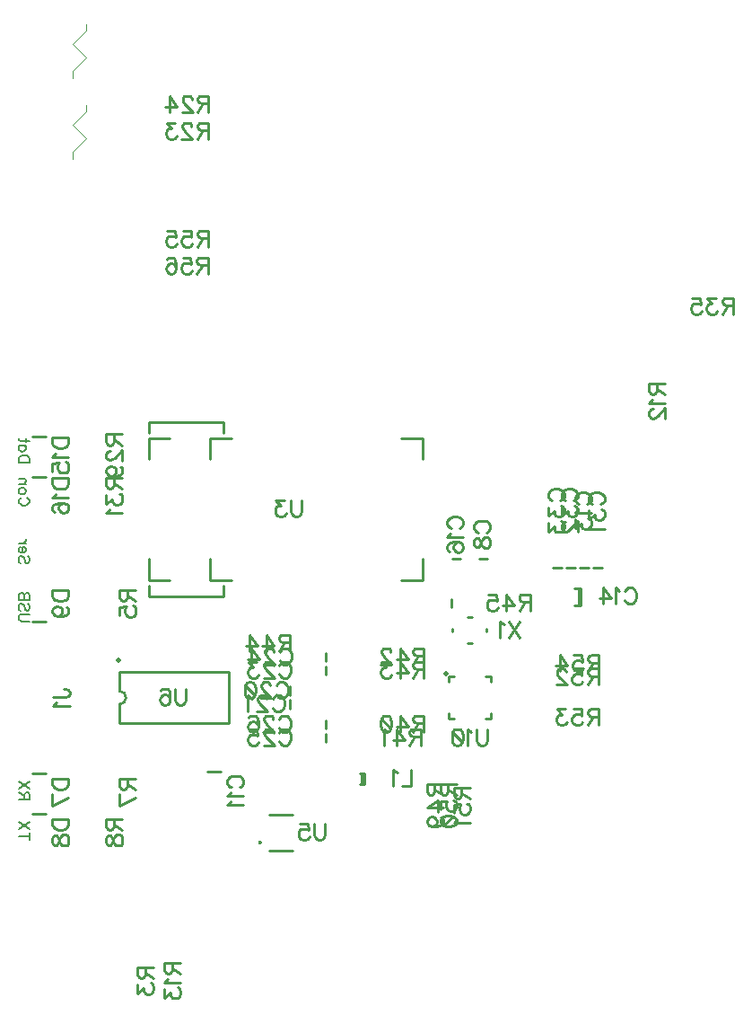
<source format=gbr>
G04 DipTrace 2.1.0.5*
%INBottom Silk.gbr*%
%MOIN*%
%ADD10C,0.0098*%
%ADD11C,0.0055*%
%ADD12C,0.003*%
%ADD13C,0.05*%
%ADD14C,0.025*%
%ADD15C,0.01*%
%ADD16C,0.0125*%
%ADD17C,0.02*%
%ADD18C,0.1*%
%ADD19C,0.0013*%
%ADD20C,0.15*%
%ADD21C,0.0039*%
%ADD22R,0.0591X0.0591*%
%ADD23C,0.0591*%
%ADD24R,0.0433X0.0394*%
%ADD25R,0.0512X0.0591*%
%ADD26R,0.0591X0.0512*%
%ADD27R,0.0394X0.0433*%
%ADD28R,0.063X0.0709*%
%ADD29R,0.0886X0.0197*%
%ADD30R,0.1378X0.0807*%
%ADD31R,0.1535X0.0807*%
%ADD32C,0.0551*%
%ADD33C,0.0984*%
%ADD34R,0.0665X0.0665*%
%ADD35C,0.0665*%
%ADD36C,0.1874*%
%ADD37R,0.0748X0.0394*%
%ADD38R,0.0866X0.0551*%
%ADD39R,0.0354X0.0551*%
%ADD40C,0.0591*%
%ADD41C,0.0512*%
%ADD42R,0.1181X0.0433*%
%ADD43R,0.0787X0.1181*%
%ADD44R,0.0394X0.1181*%
%ADD45C,0.0709*%
%ADD46R,0.063X0.063*%
%ADD47C,0.063*%
%ADD48C,0.0142*%
%ADD49R,0.0315X0.0217*%
%ADD50C,0.06*%
%ADD51C,0.0669*%
%ADD52R,0.0512X0.0512*%
%ADD53C,0.0709*%
%ADD54R,0.0315X0.0512*%
%ADD55R,0.0512X0.0315*%
%ADD56R,0.0512X0.0236*%
%ADD57R,0.0138X0.0571*%
%ADD58C,0.0197*%
%ADD59R,0.0748X0.0098*%
%ADD60R,0.0098X0.0748*%
%ADD61R,0.0315X0.0354*%
%ADD62R,0.0669X0.0598*%
%ADD63C,0.0827*%
%ADD64C,0.1181*%
%ADD65C,0.126*%
%ADD66C,0.1772*%
%ADD67R,0.0394X0.0669*%
%ADD68R,0.0098X0.0472*%
%ADD69R,0.0472X0.0098*%
%ADD70R,0.0787X0.0787*%
%ADD71R,0.1811X0.0197*%
%ADD72R,0.1811X0.0315*%
%ADD73R,0.1535X0.1378*%
%ADD74C,0.1476*%
%ADD75R,0.0669X0.0394*%
%ADD76R,0.0394X0.0472*%
%ADD77C,0.22*%
%ADD78C,0.04*%
%ADD79C,0.0191*%
%ADD80C,0.0394*%
%ADD81C,0.0354*%
%ADD82C,0.0429*%
%ADD83C,0.1283*%
%ADD84C,0.038*%
%ADD85C,0.0315*%
%ADD86C,0.0276*%
%ADD87C,0.063*%
%ADD88C,0.0906*%
%ADD89C,0.1181*%
%ADD90C,0.128*%
%ADD91C,0.13*%
%ADD92C,0.0079*%
%ADD93C,0.0479*%
%ADD94C,0.0321*%
%ADD95C,0.2279*%
%ADD96C,0.2121*%
%ADD97R,0.0472X0.0551*%
%ADD98R,0.0315X0.0394*%
%ADD99R,0.0748X0.0472*%
%ADD100R,0.0591X0.0315*%
%ADD101C,0.1555*%
%ADD102C,0.1398*%
%ADD103R,0.1614X0.1457*%
%ADD104R,0.1457X0.1299*%
%ADD105R,0.189X0.0394*%
%ADD106R,0.1732X0.0236*%
%ADD107R,0.189X0.0276*%
%ADD108R,0.1732X0.0118*%
%ADD109R,0.0866X0.0866*%
%ADD110R,0.0709X0.0709*%
%ADD111R,0.0551X0.0177*%
%ADD112R,0.0394X0.002*%
%ADD113R,0.0177X0.0551*%
%ADD114R,0.002X0.0394*%
%ADD115R,0.0472X0.0748*%
%ADD116R,0.0315X0.0591*%
%ADD117C,0.185*%
%ADD118C,0.1693*%
%ADD119C,0.1339*%
%ADD120C,0.1102*%
%ADD121C,0.0906*%
%ADD122C,0.0748*%
%ADD123R,0.0748X0.0677*%
%ADD124R,0.0591X0.052*%
%ADD125R,0.0236X0.0276*%
%ADD126R,0.0177X0.0827*%
%ADD127R,0.002X0.0669*%
%ADD128R,0.0827X0.0177*%
%ADD129R,0.0669X0.002*%
%ADD130R,0.0217X0.065*%
%ADD131R,0.0059X0.0492*%
%ADD132R,0.0433X0.0157*%
%ADD133R,0.0591X0.0394*%
%ADD134R,0.0433X0.0236*%
%ADD135R,0.0394X0.0591*%
%ADD136R,0.0236X0.0433*%
%ADD137C,0.0787*%
%ADD138R,0.0433X0.0433*%
%ADD139C,0.0748*%
%ADD140C,0.0679*%
%ADD141C,0.0521*%
%ADD142R,0.0394X0.0295*%
%ADD143R,0.0236X0.0138*%
%ADD144R,0.0551X0.0551*%
%ADD145C,0.0787*%
%ADD146R,0.0472X0.126*%
%ADD147R,0.0315X0.1102*%
%ADD148R,0.0866X0.126*%
%ADD149R,0.0709X0.1102*%
%ADD150R,0.126X0.0512*%
%ADD151R,0.1102X0.0354*%
%ADD152C,0.0433*%
%ADD153C,0.0669*%
%ADD154C,0.0512*%
%ADD155R,0.0433X0.063*%
%ADD156R,0.0276X0.0472*%
%ADD157R,0.0945X0.063*%
%ADD158R,0.0787X0.0472*%
%ADD159R,0.0827X0.0472*%
%ADD160R,0.0669X0.0315*%
%ADD161C,0.1953*%
%ADD162C,0.1795*%
%ADD163C,0.0744*%
%ADD164C,0.0587*%
%ADD165R,0.0744X0.0744*%
%ADD166R,0.0587X0.0587*%
%ADD167C,0.1063*%
%ADD168C,0.0472*%
%ADD169R,0.1614X0.0886*%
%ADD170R,0.1457X0.0728*%
%ADD171R,0.1457X0.0886*%
%ADD172R,0.1299X0.0728*%
%ADD173R,0.0965X0.0276*%
%ADD174R,0.0807X0.0118*%
%ADD175R,0.0709X0.0787*%
%ADD176R,0.0551X0.063*%
%ADD177R,0.0472X0.0512*%
%ADD178R,0.0669X0.0591*%
%ADD179R,0.0512X0.0433*%
%ADD180R,0.0591X0.0669*%
%ADD181R,0.0433X0.0512*%
%ADD182R,0.0512X0.0472*%
%ADD183R,0.0354X0.0315*%
%ADD184R,0.0669X0.0669*%
%ADD185C,0.0093*%
%ADD186C,0.0077*%
%ADD187C,0.0154*%
%ADD188C,0.0062*%
%ADD189C,0.0124*%
%FSLAX44Y44*%
%SFA1B1*%
%OFA0B0*%
G04*
G70*
G90*
G75*
G01*
%LNBotSilk*%
%LPD*%
X7756Y19248D2*
D10*
X7244D1*
X21093Y26831D2*
X21407D1*
X21043Y25435D2*
Y26065D1*
X21118Y25435D2*
Y26065D1*
Y25435D2*
X20882D1*
X21118Y26065D2*
X20882D1*
X744Y19188D2*
X1256D1*
X744Y17688D2*
X1256D1*
Y24812D2*
X744D1*
Y31688D2*
X1256D1*
X744Y30188D2*
X1256D1*
X9567Y16331D2*
X10433D1*
X9567Y17669D2*
X10433D1*
D48*
X9213Y16614D3*
X14452Y31638D2*
D10*
X15240D1*
Y30850D1*
Y27150D2*
Y26362D1*
X14452D1*
X5870Y31638D2*
X5083D1*
Y30850D1*
X5870Y26362D2*
X5083D1*
Y27150D1*
X8153Y31638D2*
X7366D1*
Y30850D1*
Y27150D2*
Y26362D1*
X8153D1*
X5083Y31834D2*
Y32228D1*
X7839D1*
Y31834D1*
X5083Y26166D2*
Y25772D1*
X7839D1*
Y26166D1*
X3957Y23329D2*
G02X3957Y23329I0J59D01*
G01*
X3985Y22251D2*
G02X3985Y21749I-1J-251D01*
G01*
Y22944D2*
Y22251D1*
Y21749D2*
Y21056D1*
X8059Y22944D2*
Y21056D1*
Y22944D2*
X3985D1*
X8059Y21056D2*
X3985D1*
X16410Y22787D2*
X16213D1*
Y22590D1*
Y21410D2*
Y21213D1*
X16410D1*
X17590D2*
X17787D1*
Y21410D1*
Y22590D2*
Y22787D1*
X17590D1*
D58*
X16114Y22886D3*
X17657Y27169D2*
D10*
X17343D1*
X16657D2*
X16343D1*
X17630Y24539D2*
Y24461D1*
X16370Y24539D2*
Y24461D1*
X17079Y24992D2*
X16921D1*
X17079Y24008D2*
X16921D1*
X13079Y19197D2*
X12921D1*
X13079Y18803D2*
X12921D1*
X13079D2*
Y19197D1*
X13004Y18803D2*
Y19197D1*
X10331Y22407D2*
Y22093D1*
Y21907D2*
Y21593D1*
X11669Y22843D2*
Y23157D1*
Y23343D2*
Y23657D1*
Y20343D2*
Y20657D1*
Y20843D2*
Y21157D1*
X16331Y25657D2*
Y25343D1*
X21593Y26831D2*
X21907D1*
X20593D2*
X20907D1*
X20093D2*
X20407D1*
X2750Y44000D2*
D19*
Y43750D1*
X2250Y43250D1*
X2750Y42750D1*
X2250Y42250D1*
Y42000D1*
X2750Y47000D2*
Y46750D1*
X2250Y46250D1*
X2750Y45750D1*
X2250Y45250D1*
Y45000D1*
X8142Y18673D2*
D185*
X8085Y18702D1*
D2*
X8027Y18759D1*
D2*
X7999Y18816D1*
D2*
Y18931D1*
D2*
X8027Y18989D1*
D2*
X8085Y19046D1*
D2*
X8142Y19075D1*
D2*
X8228Y19103D1*
D2*
X8372D1*
D2*
X8458Y19075D1*
D2*
X8515Y19046D1*
D2*
X8572Y18989D1*
D2*
X8602Y18931D1*
D2*
Y18816D1*
D2*
X8572Y18759D1*
D2*
X8515Y18702D1*
D2*
X8458Y18673D1*
X8114Y18488D2*
X8085Y18430D1*
D2*
X7999Y18344D1*
D2*
X8602D1*
X8114Y18159D2*
X8085Y18101D1*
D2*
X7999Y18015D1*
D2*
X8602D1*
X21056Y29184D2*
X20999Y29212D1*
D2*
X20941Y29270D1*
D2*
X20912Y29327D1*
D2*
Y29442D1*
D2*
X20941Y29500D1*
D2*
X20999Y29557D1*
D2*
X21056Y29586D1*
D2*
X21142Y29614D1*
D2*
X21286D1*
D2*
X21371Y29586D1*
D2*
X21429Y29557D1*
D2*
X21486Y29500D1*
D2*
X21515Y29442D1*
D2*
Y29327D1*
D2*
X21486Y29270D1*
D2*
X21429Y29212D1*
D2*
X21371Y29184D1*
X21028Y28999D2*
X20999Y28941D1*
D2*
X20913Y28855D1*
D2*
X21515D1*
X20913Y28612D2*
Y28297D1*
D2*
X21143Y28468D1*
D2*
Y28382D1*
D2*
X21171Y28325D1*
D2*
X21200Y28297D1*
D2*
X21286Y28268D1*
D2*
X21343D1*
D2*
X21429Y28297D1*
D2*
X21487Y28354D1*
D2*
X21515Y28440D1*
D2*
Y28526D1*
D2*
X21487Y28612D1*
D2*
X21458Y28640D1*
D2*
X21401Y28669D1*
X22757Y25944D2*
X22786Y26001D1*
D2*
X22843Y26059D1*
D2*
X22900Y26088D1*
D2*
X23015D1*
D2*
X23073Y26059D1*
D2*
X23130Y26001D1*
D2*
X23159Y25944D1*
D2*
X23188Y25858D1*
D2*
Y25714D1*
D2*
X23159Y25629D1*
D2*
X23130Y25571D1*
D2*
X23073Y25514D1*
D2*
X23015Y25485D1*
D2*
X22900D1*
D2*
X22843Y25514D1*
D2*
X22786Y25571D1*
D2*
X22757Y25629D1*
X22572Y25972D2*
X22514Y26001D1*
D2*
X22428Y26087D1*
D2*
Y25485D1*
X21956D2*
Y26087D1*
D2*
X22243Y25686D1*
D2*
X21812D1*
X1499Y18994D2*
X2102D1*
D2*
Y18793D1*
D2*
X2072Y18707D1*
D2*
X2015Y18650D1*
D2*
X1958Y18621D1*
D2*
X1872Y18593D1*
D2*
X1728D1*
D2*
X1642Y18621D1*
D2*
X1585Y18650D1*
D2*
X1527Y18707D1*
D2*
X1499Y18793D1*
D2*
Y18994D1*
X2102Y18293D2*
X1499Y18005D1*
D2*
Y18407D1*
Y17494D2*
X2102D1*
D2*
Y17293D1*
D2*
X2072Y17207D1*
D2*
X2015Y17149D1*
D2*
X1958Y17121D1*
D2*
X1872Y17092D1*
D2*
X1728D1*
D2*
X1642Y17121D1*
D2*
X1585Y17149D1*
D2*
X1527Y17207D1*
D2*
X1499Y17293D1*
D2*
Y17494D1*
Y16764D2*
X1528Y16849D1*
D2*
X1585Y16878D1*
D2*
X1643D1*
D2*
X1700Y16849D1*
D2*
X1729Y16792D1*
D2*
X1757Y16677D1*
D2*
X1786Y16591D1*
D2*
X1844Y16534D1*
D2*
X1901Y16506D1*
D2*
X1987D1*
D2*
X2044Y16534D1*
D2*
X2073Y16563D1*
D2*
X2102Y16649D1*
D2*
Y16764D1*
D2*
X2073Y16849D1*
D2*
X2044Y16878D1*
D2*
X1987Y16907D1*
D2*
X1901D1*
D2*
X1844Y16878D1*
D2*
X1786Y16821D1*
D2*
X1757Y16735D1*
D2*
X1729Y16620D1*
D2*
X1700Y16563D1*
D2*
X1643Y16534D1*
D2*
X1585D1*
D2*
X1528Y16563D1*
D2*
X1499Y16649D1*
D2*
Y16764D1*
Y25980D2*
X2102D1*
D2*
Y25779D1*
D2*
X2072Y25693D1*
D2*
X2015Y25636D1*
D2*
X1958Y25607D1*
D2*
X1872Y25578D1*
D2*
X1728D1*
D2*
X1642Y25607D1*
D2*
X1585Y25636D1*
D2*
X1527Y25693D1*
D2*
X1499Y25779D1*
D2*
Y25980D1*
X1700Y25020D2*
X1786Y25049D1*
D2*
X1844Y25106D1*
D2*
X1872Y25192D1*
D2*
Y25221D1*
D2*
X1844Y25307D1*
D2*
X1786Y25364D1*
D2*
X1700Y25393D1*
D2*
X1671D1*
D2*
X1585Y25364D1*
D2*
X1528Y25307D1*
D2*
X1499Y25221D1*
D2*
Y25192D1*
D2*
X1528Y25106D1*
D2*
X1585Y25049D1*
D2*
X1700Y25020D1*
D2*
X1844D1*
D2*
X1987Y25049D1*
D2*
X2073Y25106D1*
D2*
X2102Y25192D1*
D2*
Y25249D1*
D2*
X2073Y25336D1*
D2*
X2015Y25364D1*
X1499Y31659D2*
X2102D1*
D2*
Y31458D1*
D2*
X2072Y31372D1*
D2*
X2015Y31314D1*
D2*
X1958Y31286D1*
D2*
X1872Y31257D1*
D2*
X1728D1*
D2*
X1642Y31286D1*
D2*
X1585Y31314D1*
D2*
X1527Y31372D1*
D2*
X1499Y31458D1*
D2*
Y31659D1*
X1614Y31072D2*
X1585Y31014D1*
D2*
X1499Y30928D1*
D2*
X2102D1*
X1499Y30398D2*
Y30685D1*
D2*
X1757Y30713D1*
D2*
X1729Y30685D1*
D2*
X1700Y30599D1*
D2*
Y30513D1*
D2*
X1729Y30427D1*
D2*
X1786Y30369D1*
D2*
X1872Y30341D1*
D2*
X1929D1*
D2*
X2015Y30369D1*
D2*
X2073Y30427D1*
D2*
X2102Y30513D1*
D2*
Y30599D1*
D2*
X2073Y30685D1*
D2*
X2044Y30713D1*
D2*
X1987Y30743D1*
X1499Y30144D2*
X2102D1*
D2*
Y29943D1*
D2*
X2072Y29857D1*
D2*
X2015Y29800D1*
D2*
X1958Y29771D1*
D2*
X1872Y29743D1*
D2*
X1728D1*
D2*
X1642Y29771D1*
D2*
X1585Y29800D1*
D2*
X1527Y29857D1*
D2*
X1499Y29943D1*
D2*
Y30144D1*
X1614Y29557D2*
X1585Y29500D1*
D2*
X1499Y29413D1*
D2*
X2102D1*
X1585Y28884D2*
X1528Y28912D1*
D2*
X1499Y28999D1*
D2*
Y29056D1*
D2*
X1528Y29142D1*
D2*
X1614Y29200D1*
D2*
X1757Y29228D1*
D2*
X1901D1*
D2*
X2015Y29200D1*
D2*
X2073Y29142D1*
D2*
X2102Y29056D1*
D2*
Y29027D1*
D2*
X2073Y28942D1*
D2*
X2015Y28884D1*
D2*
X1929Y28855D1*
D2*
X1901D1*
D2*
X1814Y28884D1*
D2*
X1757Y28942D1*
D2*
X1729Y29027D1*
D2*
Y29056D1*
D2*
X1757Y29142D1*
D2*
X1814Y29200D1*
D2*
X1901Y29228D1*
X1536Y22021D2*
X1995D1*
D2*
X2082Y22050D1*
D2*
X2110Y22079D1*
D2*
X2139Y22136D1*
D2*
Y22193D1*
D2*
X2110Y22250D1*
D2*
X2082Y22279D1*
D2*
X1995Y22308D1*
D2*
X1938D1*
X1652Y21836D2*
X1623Y21778D1*
D2*
X1537Y21692D1*
D2*
X2139D1*
X11630Y17338D2*
Y16907D1*
D2*
X11602Y16821D1*
D2*
X11544Y16764D1*
D2*
X11458Y16735D1*
D2*
X11401D1*
D2*
X11315Y16764D1*
D2*
X11257Y16821D1*
D2*
X11228Y16907D1*
D2*
Y17338D1*
X10699Y17337D2*
X10985D1*
D2*
X11014Y17079D1*
D2*
X10985Y17107D1*
D2*
X10899Y17137D1*
D2*
X10814D1*
D2*
X10727Y17107D1*
D2*
X10670Y17050D1*
D2*
X10641Y16964D1*
D2*
Y16907D1*
D2*
X10670Y16821D1*
D2*
X10727Y16763D1*
D2*
X10814Y16735D1*
D2*
X10899D1*
D2*
X10985Y16763D1*
D2*
X11014Y16792D1*
D2*
X11043Y16849D1*
X4950Y11995D2*
Y11737D1*
D2*
X4920Y11650D1*
D2*
X4892Y11621D1*
D2*
X4835Y11593D1*
D2*
X4777D1*
D2*
X4720Y11621D1*
D2*
X4691Y11650D1*
D2*
X4662Y11737D1*
D2*
Y11995D1*
D2*
X5265D1*
X4950Y11794D2*
X5265Y11593D1*
X4663Y11350D2*
Y11035D1*
D2*
X4893Y11206D1*
D2*
Y11120D1*
D2*
X4921Y11063D1*
D2*
X4950Y11035D1*
D2*
X5036Y11005D1*
D2*
X5093D1*
D2*
X5179Y11035D1*
D2*
X5237Y11092D1*
D2*
X5265Y11178D1*
D2*
Y11264D1*
D2*
X5237Y11350D1*
D2*
X5208Y11378D1*
D2*
X5151Y11407D1*
X5950Y12159D2*
Y11901D1*
D2*
X5920Y11815D1*
D2*
X5892Y11786D1*
D2*
X5835Y11757D1*
D2*
X5777D1*
D2*
X5720Y11786D1*
D2*
X5691Y11815D1*
D2*
X5662Y11901D1*
D2*
Y12159D1*
D2*
X6265D1*
X5950Y11958D2*
X6265Y11757D1*
X5778Y11572D2*
X5749Y11514D1*
D2*
X5663Y11428D1*
D2*
X6265D1*
X5663Y11185D2*
Y10870D1*
D2*
X5893Y11042D1*
D2*
Y10956D1*
D2*
X5921Y10899D1*
D2*
X5950Y10870D1*
D2*
X6036Y10841D1*
D2*
X6093D1*
D2*
X6179Y10870D1*
D2*
X6237Y10927D1*
D2*
X6265Y11013D1*
D2*
Y11100D1*
D2*
X6237Y11185D1*
D2*
X6208Y11214D1*
D2*
X6151Y11243D1*
X4286Y25995D2*
Y25737D1*
D2*
X4257Y25650D1*
D2*
X4228Y25621D1*
D2*
X4171Y25593D1*
D2*
X4114D1*
D2*
X4056Y25621D1*
D2*
X4027Y25650D1*
D2*
X3999Y25737D1*
D2*
Y25995D1*
D2*
X4602D1*
X4286Y25794D2*
X4602Y25593D1*
X3999Y25063D2*
Y25350D1*
D2*
X4257Y25378D1*
D2*
X4229Y25350D1*
D2*
X4200Y25263D1*
D2*
Y25178D1*
D2*
X4229Y25092D1*
D2*
X4286Y25034D1*
D2*
X4372Y25005D1*
D2*
X4429D1*
D2*
X4515Y25034D1*
D2*
X4573Y25092D1*
D2*
X4602Y25178D1*
D2*
Y25263D1*
D2*
X4573Y25350D1*
D2*
X4544Y25378D1*
D2*
X4487Y25407D1*
X4286Y18995D2*
Y18737D1*
D2*
X4257Y18650D1*
D2*
X4228Y18621D1*
D2*
X4171Y18593D1*
D2*
X4114D1*
D2*
X4056Y18621D1*
D2*
X4027Y18650D1*
D2*
X3999Y18737D1*
D2*
Y18995D1*
D2*
X4602D1*
X4286Y18794D2*
X4602Y18593D1*
Y18293D2*
X3999Y18005D1*
D2*
Y18407D1*
X3786Y17494D2*
Y17236D1*
D2*
X3757Y17150D1*
D2*
X3728Y17121D1*
D2*
X3671Y17092D1*
D2*
X3614D1*
D2*
X3556Y17121D1*
D2*
X3527Y17150D1*
D2*
X3499Y17236D1*
D2*
Y17494D1*
D2*
X4102D1*
X3786Y17293D2*
X4102Y17092D1*
X3499Y16764D2*
X3528Y16849D1*
D2*
X3585Y16879D1*
D2*
X3643D1*
D2*
X3700Y16849D1*
D2*
X3729Y16792D1*
D2*
X3757Y16678D1*
D2*
X3786Y16591D1*
D2*
X3844Y16534D1*
D2*
X3901Y16506D1*
D2*
X3987D1*
D2*
X4044Y16534D1*
D2*
X4073Y16563D1*
D2*
X4102Y16649D1*
D2*
Y16764D1*
D2*
X4073Y16849D1*
D2*
X4044Y16879D1*
D2*
X3987Y16907D1*
D2*
X3901D1*
D2*
X3844Y16879D1*
D2*
X3786Y16821D1*
D2*
X3757Y16735D1*
D2*
X3729Y16621D1*
D2*
X3700Y16563D1*
D2*
X3643Y16534D1*
D2*
X3585D1*
D2*
X3528Y16563D1*
D2*
X3499Y16649D1*
D2*
Y16764D1*
X23950Y33659D2*
Y33401D1*
D2*
X23920Y33315D1*
D2*
X23892Y33286D1*
D2*
X23835Y33257D1*
D2*
X23777D1*
D2*
X23720Y33286D1*
D2*
X23691Y33315D1*
D2*
X23662Y33401D1*
D2*
Y33659D1*
D2*
X24265D1*
X23950Y33458D2*
X24265Y33257D1*
X23778Y33072D2*
X23749Y33014D1*
D2*
X23663Y32928D1*
D2*
X24265D1*
X23806Y32714D2*
X23778D1*
D2*
X23720Y32685D1*
D2*
X23692Y32657D1*
D2*
X23663Y32599D1*
D2*
Y32484D1*
D2*
X23692Y32427D1*
D2*
X23720Y32399D1*
D2*
X23778Y32369D1*
D2*
X23835D1*
D2*
X23893Y32399D1*
D2*
X23978Y32456D1*
D2*
X24265Y32743D1*
D2*
Y32341D1*
X7288Y43050D2*
X7030D1*
D2*
X6944Y43080D1*
D2*
X6915Y43108D1*
D2*
X6886Y43165D1*
D2*
Y43223D1*
D2*
X6915Y43280D1*
D2*
X6944Y43309D1*
D2*
X7030Y43338D1*
D2*
X7288D1*
D2*
Y42735D1*
X7087Y43050D2*
X6886Y42735D1*
X6672Y43194D2*
Y43222D1*
D2*
X6643Y43280D1*
D2*
X6615Y43308D1*
D2*
X6557Y43337D1*
D2*
X6442D1*
D2*
X6385Y43308D1*
D2*
X6357Y43280D1*
D2*
X6328Y43222D1*
D2*
Y43165D1*
D2*
X6357Y43107D1*
D2*
X6414Y43022D1*
D2*
X6701Y42735D1*
D2*
X6299D1*
X6056Y43337D2*
X5741D1*
D2*
X5913Y43107D1*
D2*
X5827D1*
D2*
X5770Y43079D1*
D2*
X5741Y43050D1*
D2*
X5712Y42964D1*
D2*
Y42907D1*
D2*
X5741Y42821D1*
D2*
X5798Y42763D1*
D2*
X5884Y42735D1*
D2*
X5971D1*
D2*
X6056Y42763D1*
D2*
X6085Y42792D1*
D2*
X6114Y42849D1*
X7302Y44050D2*
X7044D1*
D2*
X6958Y44080D1*
D2*
X6929Y44108D1*
D2*
X6900Y44165D1*
D2*
Y44223D1*
D2*
X6929Y44280D1*
D2*
X6958Y44309D1*
D2*
X7044Y44338D1*
D2*
X7302D1*
D2*
Y43735D1*
X7101Y44050D2*
X6900Y43735D1*
X6686Y44194D2*
Y44222D1*
D2*
X6658Y44280D1*
D2*
X6629Y44308D1*
D2*
X6571Y44337D1*
D2*
X6457D1*
D2*
X6400Y44308D1*
D2*
X6371Y44280D1*
D2*
X6342Y44222D1*
D2*
Y44165D1*
D2*
X6371Y44107D1*
D2*
X6428Y44022D1*
D2*
X6715Y43735D1*
D2*
X6313D1*
X5841D2*
Y44337D1*
D2*
X6128Y43936D1*
D2*
X5698D1*
X3786Y31774D2*
Y31516D1*
D2*
X3757Y31430D1*
D2*
X3728Y31400D1*
D2*
X3671Y31372D1*
D2*
X3614D1*
D2*
X3556Y31400D1*
D2*
X3527Y31430D1*
D2*
X3499Y31516D1*
D2*
Y31774D1*
D2*
X4102D1*
X3786Y31573D2*
X4102Y31372D1*
X3643Y31158D2*
X3614D1*
D2*
X3556Y31129D1*
D2*
X3528Y31100D1*
D2*
X3499Y31043D1*
D2*
Y30928D1*
D2*
X3528Y30871D1*
D2*
X3556Y30842D1*
D2*
X3614Y30813D1*
D2*
X3671D1*
D2*
X3729Y30842D1*
D2*
X3814Y30900D1*
D2*
X4102Y31187D1*
D2*
Y30785D1*
X3700Y30226D2*
X3786Y30255D1*
D2*
X3844Y30312D1*
D2*
X3872Y30399D1*
D2*
Y30427D1*
D2*
X3844Y30513D1*
D2*
X3786Y30570D1*
D2*
X3700Y30600D1*
D2*
X3671D1*
D2*
X3585Y30570D1*
D2*
X3528Y30513D1*
D2*
X3499Y30427D1*
D2*
Y30399D1*
D2*
X3528Y30312D1*
D2*
X3585Y30255D1*
D2*
X3700Y30226D1*
D2*
X3844D1*
D2*
X3987Y30255D1*
D2*
X4073Y30312D1*
D2*
X4102Y30399D1*
D2*
Y30456D1*
D2*
X4073Y30542D1*
D2*
X4015Y30570D1*
X3786Y30159D2*
Y29901D1*
D2*
X3757Y29815D1*
D2*
X3728Y29786D1*
D2*
X3671Y29757D1*
D2*
X3614D1*
D2*
X3556Y29786D1*
D2*
X3527Y29815D1*
D2*
X3499Y29901D1*
D2*
Y30159D1*
D2*
X4102D1*
X3786Y29958D2*
X4102Y29757D1*
X3499Y29514D2*
Y29199D1*
D2*
X3729Y29371D1*
D2*
Y29285D1*
D2*
X3757Y29228D1*
D2*
X3786Y29199D1*
D2*
X3872Y29170D1*
D2*
X3929D1*
D2*
X4015Y29199D1*
D2*
X4073Y29256D1*
D2*
X4102Y29342D1*
D2*
Y29429D1*
D2*
X4073Y29514D1*
D2*
X4044Y29543D1*
D2*
X3987Y29572D1*
X3614Y28985D2*
X3585Y28927D1*
D2*
X3499Y28841D1*
D2*
X4102D1*
X15302Y21050D2*
X15044D1*
D2*
X14958Y21080D1*
D2*
X14929Y21108D1*
D2*
X14900Y21165D1*
D2*
Y21223D1*
D2*
X14929Y21280D1*
D2*
X14958Y21309D1*
D2*
X15044Y21338D1*
D2*
X15302D1*
D2*
Y20735D1*
X15101Y21050D2*
X14900Y20735D1*
X14428D2*
Y21337D1*
D2*
X14715Y20936D1*
D2*
X14285D1*
X13927Y21337D2*
X14013Y21308D1*
D2*
X14071Y21222D1*
D2*
X14100Y21079D1*
D2*
Y20993D1*
D2*
X14071Y20849D1*
D2*
X14013Y20763D1*
D2*
X13927Y20735D1*
D2*
X13870D1*
D2*
X13784Y20763D1*
D2*
X13727Y20849D1*
D2*
X13698Y20993D1*
D2*
Y21079D1*
D2*
X13727Y21222D1*
D2*
X13784Y21308D1*
D2*
X13870Y21337D1*
D2*
X13927D1*
X13727Y21222D2*
X14071Y20849D1*
X10764Y29338D2*
Y28907D1*
D2*
X10736Y28821D1*
D2*
X10678Y28764D1*
D2*
X10592Y28735D1*
D2*
X10535D1*
D2*
X10449Y28764D1*
D2*
X10391Y28821D1*
D2*
X10362Y28907D1*
D2*
Y29338D1*
X10119Y29337D2*
X9804D1*
D2*
X9976Y29107D1*
D2*
X9890D1*
D2*
X9833Y29079D1*
D2*
X9804Y29050D1*
D2*
X9775Y28964D1*
D2*
Y28907D1*
D2*
X9804Y28821D1*
D2*
X9861Y28763D1*
D2*
X9948Y28735D1*
D2*
X10034D1*
D2*
X10119Y28763D1*
D2*
X10148Y28792D1*
D2*
X10177Y28849D1*
X6459Y22338D2*
Y21907D1*
D2*
X6430Y21821D1*
D2*
X6372Y21764D1*
D2*
X6286Y21735D1*
D2*
X6229D1*
D2*
X6143Y21764D1*
D2*
X6085Y21821D1*
D2*
X6057Y21907D1*
D2*
Y22338D1*
X5527Y22251D2*
X5556Y22308D1*
D2*
X5642Y22337D1*
D2*
X5699D1*
D2*
X5785Y22308D1*
D2*
X5843Y22222D1*
D2*
X5871Y22079D1*
D2*
Y21936D1*
D2*
X5843Y21821D1*
D2*
X5785Y21763D1*
D2*
X5699Y21735D1*
D2*
X5671D1*
D2*
X5585Y21763D1*
D2*
X5527Y21821D1*
D2*
X5499Y21907D1*
D2*
Y21936D1*
D2*
X5527Y22022D1*
D2*
X5585Y22079D1*
D2*
X5671Y22107D1*
D2*
X5699D1*
D2*
X5785Y22079D1*
D2*
X5843Y22022D1*
D2*
X5871Y21936D1*
X26788Y36550D2*
X26530D1*
D2*
X26444Y36580D1*
D2*
X26415Y36608D1*
D2*
X26386Y36665D1*
D2*
Y36723D1*
D2*
X26415Y36780D1*
D2*
X26444Y36809D1*
D2*
X26530Y36838D1*
D2*
X26788D1*
D2*
Y36235D1*
X26587Y36550D2*
X26386Y36235D1*
X26143Y36837D2*
X25828D1*
D2*
X26000Y36607D1*
D2*
X25914D1*
D2*
X25857Y36579D1*
D2*
X25828Y36550D1*
D2*
X25799Y36464D1*
D2*
Y36407D1*
D2*
X25828Y36321D1*
D2*
X25885Y36263D1*
D2*
X25971Y36235D1*
D2*
X26058D1*
D2*
X26143Y36263D1*
D2*
X26172Y36292D1*
D2*
X26201Y36349D1*
X25270Y36837D2*
X25556D1*
D2*
X25585Y36579D1*
D2*
X25556Y36607D1*
D2*
X25470Y36637D1*
D2*
X25384D1*
D2*
X25298Y36607D1*
D2*
X25240Y36550D1*
D2*
X25212Y36464D1*
D2*
Y36407D1*
D2*
X25240Y36321D1*
D2*
X25298Y36263D1*
D2*
X25384Y36235D1*
D2*
X25470D1*
D2*
X25556Y36263D1*
D2*
X25585Y36292D1*
D2*
X25614Y36349D1*
X17659Y20838D2*
Y20407D1*
D2*
X17631Y20321D1*
D2*
X17573Y20264D1*
D2*
X17487Y20235D1*
D2*
X17430D1*
D2*
X17343Y20264D1*
D2*
X17286Y20321D1*
D2*
X17257Y20407D1*
D2*
Y20838D1*
X17072Y20722D2*
X17014Y20751D1*
D2*
X16928Y20837D1*
D2*
Y20235D1*
X16570Y20837D2*
X16657Y20808D1*
D2*
X16714Y20722D1*
D2*
X16743Y20579D1*
D2*
Y20493D1*
D2*
X16714Y20349D1*
D2*
X16657Y20263D1*
D2*
X16570Y20235D1*
D2*
X16513D1*
D2*
X16427Y20263D1*
D2*
X16370Y20349D1*
D2*
X16341Y20493D1*
D2*
Y20579D1*
D2*
X16370Y20722D1*
D2*
X16427Y20808D1*
D2*
X16513Y20837D1*
D2*
X16570D1*
X16370Y20722D2*
X16714Y20349D1*
X17306Y28137D2*
X17249Y28166D1*
D2*
X17191Y28223D1*
D2*
X17162Y28280D1*
D2*
Y28395D1*
D2*
X17191Y28453D1*
D2*
X17249Y28510D1*
D2*
X17306Y28539D1*
D2*
X17392Y28568D1*
D2*
X17536D1*
D2*
X17621Y28539D1*
D2*
X17679Y28510D1*
D2*
X17736Y28453D1*
D2*
X17765Y28395D1*
D2*
Y28280D1*
D2*
X17736Y28223D1*
D2*
X17679Y28166D1*
D2*
X17621Y28137D1*
X17163Y27809D2*
X17192Y27894D1*
D2*
X17249Y27923D1*
D2*
X17306D1*
D2*
X17363Y27894D1*
D2*
X17393Y27837D1*
D2*
X17421Y27722D1*
D2*
X17450Y27636D1*
D2*
X17507Y27579D1*
D2*
X17564Y27551D1*
D2*
X17651D1*
D2*
X17708Y27579D1*
D2*
X17737Y27608D1*
D2*
X17765Y27694D1*
D2*
Y27809D1*
D2*
X17737Y27894D1*
D2*
X17708Y27923D1*
D2*
X17651Y27952D1*
D2*
X17564D1*
D2*
X17507Y27923D1*
D2*
X17450Y27866D1*
D2*
X17421Y27780D1*
D2*
X17393Y27665D1*
D2*
X17363Y27608D1*
D2*
X17306Y27579D1*
D2*
X17249D1*
D2*
X17192Y27608D1*
D2*
X17163Y27694D1*
D2*
Y27809D1*
X16306Y28287D2*
X16249Y28316D1*
D2*
X16191Y28374D1*
D2*
X16162Y28431D1*
D2*
Y28545D1*
D2*
X16191Y28603D1*
D2*
X16249Y28660D1*
D2*
X16306Y28689D1*
D2*
X16392Y28718D1*
D2*
X16536D1*
D2*
X16621Y28689D1*
D2*
X16679Y28660D1*
D2*
X16736Y28603D1*
D2*
X16765Y28545D1*
D2*
Y28431D1*
D2*
X16736Y28374D1*
D2*
X16679Y28316D1*
D2*
X16621Y28287D1*
X16278Y28102D2*
X16249Y28044D1*
D2*
X16163Y27958D1*
D2*
X16765D1*
X16249Y27429D2*
X16192Y27457D1*
D2*
X16163Y27543D1*
D2*
Y27601D1*
D2*
X16192Y27687D1*
D2*
X16278Y27744D1*
D2*
X16421Y27773D1*
D2*
X16564D1*
D2*
X16679Y27744D1*
D2*
X16737Y27687D1*
D2*
X16765Y27601D1*
D2*
Y27572D1*
D2*
X16737Y27486D1*
D2*
X16679Y27429D1*
D2*
X16593Y27400D1*
D2*
X16564D1*
D2*
X16478Y27429D1*
D2*
X16421Y27486D1*
D2*
X16393Y27572D1*
D2*
Y27601D1*
D2*
X16421Y27687D1*
D2*
X16478Y27744D1*
D2*
X16564Y27773D1*
X18866Y24838D2*
X18464Y24235D1*
Y24838D2*
X18866Y24235D1*
X18278Y24722D2*
X18221Y24751D1*
D2*
X18134Y24837D1*
D2*
Y24235D1*
X15173Y20550D2*
X14915D1*
D2*
X14829Y20580D1*
D2*
X14800Y20608D1*
D2*
X14771Y20665D1*
D2*
Y20723D1*
D2*
X14800Y20780D1*
D2*
X14829Y20809D1*
D2*
X14915Y20838D1*
D2*
X15173D1*
D2*
Y20235D1*
X14972Y20550D2*
X14771Y20235D1*
X14299D2*
Y20837D1*
D2*
X14586Y20436D1*
D2*
X14156D1*
X13971Y20722D2*
X13913Y20751D1*
D2*
X13827Y20837D1*
D2*
Y20235D1*
X15302Y23550D2*
X15044D1*
D2*
X14958Y23580D1*
D2*
X14929Y23608D1*
D2*
X14900Y23665D1*
D2*
Y23723D1*
D2*
X14929Y23780D1*
D2*
X14958Y23809D1*
D2*
X15044Y23838D1*
D2*
X15302D1*
D2*
Y23235D1*
X15101Y23550D2*
X14900Y23235D1*
X14428D2*
Y23837D1*
D2*
X14715Y23436D1*
D2*
X14285D1*
X14070Y23694D2*
Y23722D1*
D2*
X14042Y23780D1*
D2*
X14013Y23808D1*
D2*
X13956Y23837D1*
D2*
X13841D1*
D2*
X13784Y23808D1*
D2*
X13755Y23780D1*
D2*
X13726Y23722D1*
D2*
Y23665D1*
D2*
X13755Y23607D1*
D2*
X13812Y23522D1*
D2*
X14100Y23235D1*
D2*
X13698D1*
X15302Y23050D2*
X15044D1*
D2*
X14958Y23080D1*
D2*
X14929Y23108D1*
D2*
X14900Y23165D1*
D2*
Y23223D1*
D2*
X14929Y23280D1*
D2*
X14958Y23309D1*
D2*
X15044Y23338D1*
D2*
X15302D1*
D2*
Y22735D1*
X15101Y23050D2*
X14900Y22735D1*
X14428D2*
Y23337D1*
D2*
X14715Y22936D1*
D2*
X14285D1*
X14042Y23337D2*
X13727D1*
D2*
X13899Y23107D1*
D2*
X13812D1*
D2*
X13755Y23079D1*
D2*
X13727Y23050D1*
D2*
X13698Y22964D1*
D2*
Y22907D1*
D2*
X13727Y22821D1*
D2*
X13784Y22763D1*
D2*
X13870Y22735D1*
D2*
X13956D1*
D2*
X14042Y22763D1*
D2*
X14070Y22792D1*
D2*
X14100Y22849D1*
X14837Y19338D2*
Y18735D1*
D2*
X14492D1*
X14307Y19222D2*
X14250Y19251D1*
D2*
X14163Y19337D1*
D2*
Y18735D1*
X9813Y22444D2*
X9841Y22501D1*
D2*
X9899Y22559D1*
D2*
X9956Y22588D1*
D2*
X10071D1*
D2*
X10129Y22559D1*
D2*
X10186Y22501D1*
D2*
X10215Y22444D1*
D2*
X10243Y22358D1*
D2*
Y22214D1*
D2*
X10215Y22129D1*
D2*
X10186Y22071D1*
D2*
X10129Y22014D1*
D2*
X10071Y21985D1*
D2*
X9956D1*
D2*
X9899Y22014D1*
D2*
X9841Y22071D1*
D2*
X9813Y22129D1*
X9598Y22444D2*
Y22472D1*
D2*
X9570Y22530D1*
D2*
X9541Y22558D1*
D2*
X9484Y22587D1*
D2*
X9369D1*
D2*
X9312Y22558D1*
D2*
X9283Y22530D1*
D2*
X9254Y22472D1*
D2*
Y22415D1*
D2*
X9283Y22357D1*
D2*
X9340Y22272D1*
D2*
X9628Y21985D1*
D2*
X9226D1*
X8868Y22587D2*
X8954Y22558D1*
D2*
X9012Y22472D1*
D2*
X9040Y22329D1*
D2*
Y22243D1*
D2*
X9012Y22099D1*
D2*
X8954Y22013D1*
D2*
X8868Y21985D1*
D2*
X8811D1*
D2*
X8725Y22013D1*
D2*
X8668Y22099D1*
D2*
X8639Y22243D1*
D2*
Y22329D1*
D2*
X8668Y22472D1*
D2*
X8725Y22558D1*
D2*
X8811Y22587D1*
D2*
X8868D1*
X8668Y22472D2*
X9012Y22099D1*
X9684Y21944D2*
X9712Y22001D1*
D2*
X9770Y22059D1*
D2*
X9827Y22088D1*
D2*
X9942D1*
D2*
X10000Y22059D1*
D2*
X10057Y22001D1*
D2*
X10086Y21944D1*
D2*
X10114Y21858D1*
D2*
Y21714D1*
D2*
X10086Y21629D1*
D2*
X10057Y21571D1*
D2*
X10000Y21514D1*
D2*
X9942Y21485D1*
D2*
X9827D1*
D2*
X9770Y21514D1*
D2*
X9712Y21571D1*
D2*
X9684Y21629D1*
X9469Y21944D2*
Y21972D1*
D2*
X9441Y22030D1*
D2*
X9412Y22058D1*
D2*
X9355Y22087D1*
D2*
X9240D1*
D2*
X9183Y22058D1*
D2*
X9154Y22030D1*
D2*
X9125Y21972D1*
D2*
Y21915D1*
D2*
X9154Y21857D1*
D2*
X9211Y21772D1*
D2*
X9499Y21485D1*
D2*
X9097D1*
X8911Y21972D2*
X8854Y22001D1*
D2*
X8768Y22087D1*
D2*
Y21485D1*
X9931Y23194D2*
X9960Y23251D1*
D2*
X10017Y23309D1*
D2*
X10074Y23338D1*
D2*
X10189D1*
D2*
X10247Y23309D1*
D2*
X10304Y23251D1*
D2*
X10333Y23194D1*
D2*
X10361Y23108D1*
D2*
Y22964D1*
D2*
X10333Y22879D1*
D2*
X10304Y22821D1*
D2*
X10247Y22764D1*
D2*
X10189Y22735D1*
D2*
X10074D1*
D2*
X10017Y22764D1*
D2*
X9960Y22821D1*
D2*
X9931Y22879D1*
X9717Y23194D2*
Y23222D1*
D2*
X9688Y23280D1*
D2*
X9660Y23308D1*
D2*
X9602Y23337D1*
D2*
X9487D1*
D2*
X9430Y23308D1*
D2*
X9402Y23280D1*
D2*
X9372Y23222D1*
D2*
Y23165D1*
D2*
X9402Y23107D1*
D2*
X9459Y23022D1*
D2*
X9746Y22735D1*
D2*
X9344D1*
X9101Y23337D2*
X8786D1*
D2*
X8958Y23107D1*
D2*
X8871D1*
D2*
X8814Y23079D1*
D2*
X8786Y23050D1*
D2*
X8757Y22964D1*
D2*
Y22907D1*
D2*
X8786Y22821D1*
D2*
X8843Y22763D1*
D2*
X8929Y22735D1*
D2*
X9015D1*
D2*
X9101Y22763D1*
D2*
X9129Y22792D1*
D2*
X9159Y22849D1*
X9945Y23694D2*
X9974Y23751D1*
D2*
X10032Y23809D1*
D2*
X10089Y23838D1*
D2*
X10203D1*
D2*
X10261Y23809D1*
D2*
X10318Y23751D1*
D2*
X10347Y23694D1*
D2*
X10376Y23608D1*
D2*
Y23464D1*
D2*
X10347Y23379D1*
D2*
X10318Y23321D1*
D2*
X10261Y23264D1*
D2*
X10203Y23235D1*
D2*
X10089D1*
D2*
X10032Y23264D1*
D2*
X9974Y23321D1*
D2*
X9945Y23379D1*
X9731Y23694D2*
Y23722D1*
D2*
X9702Y23780D1*
D2*
X9674Y23808D1*
D2*
X9616Y23837D1*
D2*
X9501D1*
D2*
X9444Y23808D1*
D2*
X9416Y23780D1*
D2*
X9387Y23722D1*
D2*
Y23665D1*
D2*
X9416Y23607D1*
D2*
X9473Y23522D1*
D2*
X9760Y23235D1*
D2*
X9358D1*
X8886D2*
Y23837D1*
D2*
X9173Y23436D1*
D2*
X8742D1*
X9931Y20694D2*
X9960Y20751D1*
D2*
X10017Y20809D1*
D2*
X10074Y20838D1*
D2*
X10189D1*
D2*
X10247Y20809D1*
D2*
X10304Y20751D1*
D2*
X10333Y20694D1*
D2*
X10361Y20608D1*
D2*
Y20464D1*
D2*
X10333Y20379D1*
D2*
X10304Y20321D1*
D2*
X10247Y20264D1*
D2*
X10189Y20235D1*
D2*
X10074D1*
D2*
X10017Y20264D1*
D2*
X9960Y20321D1*
D2*
X9931Y20379D1*
X9717Y20694D2*
Y20722D1*
D2*
X9688Y20780D1*
D2*
X9660Y20808D1*
D2*
X9602Y20837D1*
D2*
X9487D1*
D2*
X9430Y20808D1*
D2*
X9402Y20780D1*
D2*
X9372Y20722D1*
D2*
Y20665D1*
D2*
X9402Y20607D1*
D2*
X9459Y20522D1*
D2*
X9746Y20235D1*
D2*
X9344D1*
X8814Y20837D2*
X9101D1*
D2*
X9129Y20579D1*
D2*
X9101Y20607D1*
D2*
X9015Y20637D1*
D2*
X8929D1*
D2*
X8843Y20607D1*
D2*
X8785Y20550D1*
D2*
X8757Y20464D1*
D2*
Y20407D1*
D2*
X8785Y20321D1*
D2*
X8843Y20263D1*
D2*
X8929Y20235D1*
D2*
X9015D1*
D2*
X9101Y20263D1*
D2*
X9129Y20292D1*
D2*
X9159Y20349D1*
X9916Y21194D2*
X9945Y21251D1*
D2*
X10003Y21309D1*
D2*
X10060Y21338D1*
D2*
X10174D1*
D2*
X10232Y21309D1*
D2*
X10289Y21251D1*
D2*
X10318Y21194D1*
D2*
X10347Y21108D1*
D2*
Y20964D1*
D2*
X10318Y20879D1*
D2*
X10289Y20821D1*
D2*
X10232Y20764D1*
D2*
X10174Y20735D1*
D2*
X10060D1*
D2*
X10003Y20764D1*
D2*
X9945Y20821D1*
D2*
X9916Y20879D1*
X9702Y21194D2*
Y21222D1*
D2*
X9673Y21280D1*
D2*
X9645Y21308D1*
D2*
X9587Y21337D1*
D2*
X9473D1*
D2*
X9415Y21308D1*
D2*
X9387Y21280D1*
D2*
X9358Y21222D1*
D2*
Y21165D1*
D2*
X9387Y21107D1*
D2*
X9444Y21022D1*
D2*
X9731Y20735D1*
D2*
X9329D1*
X8800Y21251D2*
X8828Y21308D1*
D2*
X8914Y21337D1*
D2*
X8972D1*
D2*
X9058Y21308D1*
D2*
X9115Y21222D1*
D2*
X9144Y21079D1*
D2*
Y20936D1*
D2*
X9115Y20821D1*
D2*
X9058Y20763D1*
D2*
X8972Y20735D1*
D2*
X8943D1*
D2*
X8857Y20763D1*
D2*
X8800Y20821D1*
D2*
X8771Y20907D1*
D2*
Y20936D1*
D2*
X8800Y21022D1*
D2*
X8857Y21079D1*
D2*
X8943Y21107D1*
D2*
X8972D1*
D2*
X9058Y21079D1*
D2*
X9115Y21022D1*
D2*
X9144Y20936D1*
X10317Y24050D2*
X10059D1*
D2*
X9972Y24080D1*
D2*
X9943Y24108D1*
D2*
X9915Y24165D1*
D2*
Y24223D1*
D2*
X9943Y24280D1*
D2*
X9972Y24309D1*
D2*
X10059Y24338D1*
D2*
X10317D1*
D2*
Y23735D1*
X10116Y24050D2*
X9915Y23735D1*
X9442D2*
Y24337D1*
D2*
X9729Y23936D1*
D2*
X9299D1*
X8827Y23735D2*
Y24337D1*
D2*
X9114Y23936D1*
D2*
X8683D1*
X19243Y25550D2*
X18985D1*
D2*
X18899Y25580D1*
D2*
X18870Y25608D1*
D2*
X18841Y25665D1*
D2*
Y25723D1*
D2*
X18870Y25780D1*
D2*
X18899Y25809D1*
D2*
X18985Y25838D1*
D2*
X19243D1*
D2*
Y25235D1*
X19042Y25550D2*
X18841Y25235D1*
X18369D2*
Y25837D1*
D2*
X18656Y25436D1*
D2*
X18226D1*
X17696Y25837D2*
X17983D1*
D2*
X18011Y25579D1*
D2*
X17983Y25607D1*
D2*
X17897Y25637D1*
D2*
X17811D1*
D2*
X17725Y25607D1*
D2*
X17667Y25550D1*
D2*
X17639Y25464D1*
D2*
Y25407D1*
D2*
X17667Y25321D1*
D2*
X17725Y25263D1*
D2*
X17811Y25235D1*
D2*
X17897D1*
D2*
X17983Y25263D1*
D2*
X18011Y25292D1*
D2*
X18040Y25349D1*
X15700Y18788D2*
Y18530D1*
D2*
X15670Y18444D1*
D2*
X15642Y18415D1*
D2*
X15585Y18386D1*
D2*
X15527D1*
D2*
X15470Y18415D1*
D2*
X15441Y18444D1*
D2*
X15412Y18530D1*
D2*
Y18788D1*
D2*
X16015D1*
X15700Y18587D2*
X16015Y18386D1*
Y17914D2*
X15413D1*
D2*
X15814Y18201D1*
D2*
Y17771D1*
X15613Y17212D2*
X15700Y17241D1*
D2*
X15757Y17298D1*
D2*
X15786Y17384D1*
D2*
Y17413D1*
D2*
X15757Y17499D1*
D2*
X15700Y17556D1*
D2*
X15613Y17585D1*
D2*
X15585D1*
D2*
X15499Y17556D1*
D2*
X15442Y17499D1*
D2*
X15413Y17413D1*
D2*
Y17384D1*
D2*
X15442Y17298D1*
D2*
X15499Y17241D1*
D2*
X15613Y17212D1*
D2*
X15757D1*
D2*
X15901Y17241D1*
D2*
X15987Y17298D1*
D2*
X16015Y17384D1*
D2*
Y17441D1*
D2*
X15987Y17528D1*
D2*
X15929Y17556D1*
X16200Y18788D2*
Y18530D1*
D2*
X16170Y18444D1*
D2*
X16142Y18415D1*
D2*
X16085Y18386D1*
D2*
X16027D1*
D2*
X15970Y18415D1*
D2*
X15941Y18444D1*
D2*
X15912Y18530D1*
D2*
Y18788D1*
D2*
X16515D1*
X16200Y18587D2*
X16515Y18386D1*
X15913Y17857D2*
Y18143D1*
D2*
X16171Y18172D1*
D2*
X16143Y18143D1*
D2*
X16113Y18057D1*
D2*
Y17971D1*
D2*
X16143Y17885D1*
D2*
X16200Y17828D1*
D2*
X16286Y17799D1*
D2*
X16343D1*
D2*
X16429Y17828D1*
D2*
X16487Y17885D1*
D2*
X16515Y17971D1*
D2*
Y18057D1*
D2*
X16487Y18143D1*
D2*
X16458Y18172D1*
D2*
X16401Y18201D1*
X15913Y17441D2*
X15942Y17528D1*
D2*
X16028Y17585D1*
D2*
X16171Y17614D1*
D2*
X16257D1*
D2*
X16401Y17585D1*
D2*
X16487Y17528D1*
D2*
X16515Y17441D1*
D2*
Y17384D1*
D2*
X16487Y17298D1*
D2*
X16401Y17241D1*
D2*
X16257Y17212D1*
D2*
X16171D1*
D2*
X16028Y17241D1*
D2*
X15942Y17298D1*
D2*
X15913Y17384D1*
D2*
Y17441D1*
X16028Y17241D2*
X16401Y17585D1*
X16700Y18659D2*
Y18401D1*
D2*
X16670Y18315D1*
D2*
X16642Y18286D1*
D2*
X16585Y18257D1*
D2*
X16527D1*
D2*
X16470Y18286D1*
D2*
X16441Y18315D1*
D2*
X16412Y18401D1*
D2*
Y18659D1*
D2*
X17015D1*
X16700Y18458D2*
X17015Y18257D1*
X16413Y17728D2*
Y18014D1*
D2*
X16671Y18043D1*
D2*
X16643Y18014D1*
D2*
X16613Y17928D1*
D2*
Y17842D1*
D2*
X16643Y17756D1*
D2*
X16700Y17699D1*
D2*
X16786Y17670D1*
D2*
X16843D1*
D2*
X16929Y17699D1*
D2*
X16987Y17756D1*
D2*
X17015Y17842D1*
D2*
Y17928D1*
D2*
X16987Y18014D1*
D2*
X16958Y18043D1*
D2*
X16901Y18072D1*
X16528Y17485D2*
X16499Y17427D1*
D2*
X16413Y17341D1*
D2*
X17015D1*
X21788Y22800D2*
X21530D1*
D2*
X21444Y22830D1*
D2*
X21415Y22858D1*
D2*
X21386Y22915D1*
D2*
Y22973D1*
D2*
X21415Y23030D1*
D2*
X21444Y23059D1*
D2*
X21530Y23088D1*
D2*
X21788D1*
D2*
Y22485D1*
X21587Y22800D2*
X21386Y22485D1*
X20857Y23087D2*
X21143D1*
D2*
X21172Y22829D1*
D2*
X21143Y22857D1*
D2*
X21057Y22887D1*
D2*
X20971D1*
D2*
X20885Y22857D1*
D2*
X20828Y22800D1*
D2*
X20799Y22714D1*
D2*
Y22657D1*
D2*
X20828Y22571D1*
D2*
X20885Y22513D1*
D2*
X20971Y22485D1*
D2*
X21057D1*
D2*
X21143Y22513D1*
D2*
X21172Y22542D1*
D2*
X21201Y22599D1*
X20585Y22944D2*
Y22972D1*
D2*
X20556Y23030D1*
D2*
X20528Y23058D1*
D2*
X20470Y23087D1*
D2*
X20355D1*
D2*
X20298Y23058D1*
D2*
X20270Y23030D1*
D2*
X20240Y22972D1*
D2*
Y22915D1*
D2*
X20270Y22857D1*
D2*
X20327Y22772D1*
D2*
X20614Y22485D1*
D2*
X20212D1*
X21788Y21300D2*
X21530D1*
D2*
X21444Y21330D1*
D2*
X21415Y21358D1*
D2*
X21386Y21415D1*
D2*
Y21473D1*
D2*
X21415Y21530D1*
D2*
X21444Y21559D1*
D2*
X21530Y21588D1*
D2*
X21788D1*
D2*
Y20985D1*
X21587Y21300D2*
X21386Y20985D1*
X20857Y21587D2*
X21143D1*
D2*
X21172Y21329D1*
D2*
X21143Y21357D1*
D2*
X21057Y21387D1*
D2*
X20971D1*
D2*
X20885Y21357D1*
D2*
X20828Y21300D1*
D2*
X20799Y21214D1*
D2*
Y21157D1*
D2*
X20828Y21071D1*
D2*
X20885Y21013D1*
D2*
X20971Y20985D1*
D2*
X21057D1*
D2*
X21143Y21013D1*
D2*
X21172Y21042D1*
D2*
X21201Y21099D1*
X20556Y21587D2*
X20241D1*
D2*
X20413Y21357D1*
D2*
X20327D1*
D2*
X20270Y21329D1*
D2*
X20241Y21300D1*
D2*
X20212Y21214D1*
D2*
Y21157D1*
D2*
X20241Y21071D1*
D2*
X20298Y21013D1*
D2*
X20384Y20985D1*
D2*
X20471D1*
D2*
X20556Y21013D1*
D2*
X20585Y21042D1*
D2*
X20614Y21099D1*
X21802Y23300D2*
X21544D1*
D2*
X21458Y23330D1*
D2*
X21429Y23358D1*
D2*
X21400Y23415D1*
D2*
Y23473D1*
D2*
X21429Y23530D1*
D2*
X21458Y23559D1*
D2*
X21544Y23588D1*
D2*
X21802D1*
D2*
Y22985D1*
X21601Y23300D2*
X21400Y22985D1*
X20871Y23587D2*
X21158D1*
D2*
X21186Y23329D1*
D2*
X21158Y23357D1*
D2*
X21071Y23387D1*
D2*
X20986D1*
D2*
X20900Y23357D1*
D2*
X20842Y23300D1*
D2*
X20813Y23214D1*
D2*
Y23157D1*
D2*
X20842Y23071D1*
D2*
X20900Y23013D1*
D2*
X20986Y22985D1*
D2*
X21071D1*
D2*
X21158Y23013D1*
D2*
X21186Y23042D1*
D2*
X21215Y23099D1*
X20341Y22985D2*
Y23587D1*
D2*
X20628Y23186D1*
D2*
X20198D1*
X21556Y29184D2*
X21499Y29212D1*
D2*
X21441Y29270D1*
D2*
X21412Y29327D1*
D2*
Y29442D1*
D2*
X21441Y29500D1*
D2*
X21499Y29557D1*
D2*
X21556Y29586D1*
D2*
X21642Y29614D1*
D2*
X21786D1*
D2*
X21871Y29586D1*
D2*
X21929Y29557D1*
D2*
X21986Y29500D1*
D2*
X22015Y29442D1*
D2*
Y29327D1*
D2*
X21986Y29270D1*
D2*
X21929Y29212D1*
D2*
X21871Y29184D1*
X21413Y28941D2*
Y28626D1*
D2*
X21643Y28798D1*
D2*
Y28711D1*
D2*
X21671Y28654D1*
D2*
X21700Y28626D1*
D2*
X21786Y28597D1*
D2*
X21843D1*
D2*
X21929Y28626D1*
D2*
X21987Y28683D1*
D2*
X22015Y28769D1*
D2*
Y28855D1*
D2*
X21987Y28941D1*
D2*
X21958Y28969D1*
D2*
X21901Y28999D1*
X21528Y28411D2*
X21499Y28354D1*
D2*
X21413Y28268D1*
D2*
X22015D1*
X20556Y29313D2*
X20499Y29341D1*
D2*
X20441Y29399D1*
D2*
X20412Y29456D1*
D2*
Y29571D1*
D2*
X20441Y29629D1*
D2*
X20499Y29686D1*
D2*
X20556Y29715D1*
D2*
X20642Y29743D1*
D2*
X20786D1*
D2*
X20871Y29715D1*
D2*
X20929Y29686D1*
D2*
X20986Y29629D1*
D2*
X21015Y29571D1*
D2*
Y29456D1*
D2*
X20986Y29399D1*
D2*
X20929Y29341D1*
D2*
X20871Y29313D1*
X20413Y29070D2*
Y28755D1*
D2*
X20643Y28927D1*
D2*
Y28840D1*
D2*
X20671Y28783D1*
D2*
X20700Y28755D1*
D2*
X20786Y28726D1*
D2*
X20843D1*
D2*
X20929Y28755D1*
D2*
X20987Y28812D1*
D2*
X21015Y28898D1*
D2*
Y28984D1*
D2*
X20987Y29070D1*
D2*
X20958Y29098D1*
D2*
X20901Y29128D1*
X20556Y28511D2*
X20528D1*
D2*
X20470Y28483D1*
D2*
X20442Y28454D1*
D2*
X20413Y28397D1*
D2*
Y28282D1*
D2*
X20442Y28225D1*
D2*
X20470Y28196D1*
D2*
X20528Y28167D1*
D2*
X20585D1*
D2*
X20643Y28196D1*
D2*
X20728Y28253D1*
D2*
X21015Y28540D1*
D2*
Y28139D1*
X20056Y29313D2*
X19999Y29341D1*
D2*
X19941Y29399D1*
D2*
X19912Y29456D1*
D2*
Y29571D1*
D2*
X19941Y29629D1*
D2*
X19999Y29686D1*
D2*
X20056Y29715D1*
D2*
X20142Y29743D1*
D2*
X20286D1*
D2*
X20371Y29715D1*
D2*
X20429Y29686D1*
D2*
X20486Y29629D1*
D2*
X20515Y29571D1*
D2*
Y29456D1*
D2*
X20486Y29399D1*
D2*
X20429Y29341D1*
D2*
X20371Y29313D1*
X19913Y29070D2*
Y28755D1*
D2*
X20143Y28927D1*
D2*
Y28840D1*
D2*
X20171Y28783D1*
D2*
X20200Y28755D1*
D2*
X20286Y28726D1*
D2*
X20343D1*
D2*
X20429Y28755D1*
D2*
X20487Y28812D1*
D2*
X20515Y28898D1*
D2*
Y28984D1*
D2*
X20487Y29070D1*
D2*
X20458Y29098D1*
D2*
X20401Y29128D1*
X19913Y28483D2*
Y28168D1*
D2*
X20143Y28339D1*
D2*
Y28253D1*
D2*
X20171Y28196D1*
D2*
X20200Y28168D1*
D2*
X20286Y28139D1*
D2*
X20343D1*
D2*
X20429Y28168D1*
D2*
X20487Y28225D1*
D2*
X20515Y28311D1*
D2*
Y28397D1*
D2*
X20487Y28483D1*
D2*
X20458Y28511D1*
D2*
X20401Y28540D1*
X7288Y39050D2*
X7030D1*
D2*
X6944Y39080D1*
D2*
X6915Y39108D1*
D2*
X6886Y39165D1*
D2*
Y39223D1*
D2*
X6915Y39280D1*
D2*
X6944Y39309D1*
D2*
X7030Y39338D1*
D2*
X7288D1*
D2*
Y38735D1*
X7087Y39050D2*
X6886Y38735D1*
X6357Y39337D2*
X6643D1*
D2*
X6672Y39079D1*
D2*
X6643Y39107D1*
D2*
X6557Y39137D1*
D2*
X6471D1*
D2*
X6385Y39107D1*
D2*
X6328Y39050D1*
D2*
X6299Y38964D1*
D2*
Y38907D1*
D2*
X6328Y38821D1*
D2*
X6385Y38763D1*
D2*
X6471Y38735D1*
D2*
X6557D1*
D2*
X6643Y38763D1*
D2*
X6672Y38792D1*
D2*
X6701Y38849D1*
X5770Y39337D2*
X6056D1*
D2*
X6085Y39079D1*
D2*
X6056Y39107D1*
D2*
X5970Y39137D1*
D2*
X5884D1*
D2*
X5798Y39107D1*
D2*
X5740Y39050D1*
D2*
X5712Y38964D1*
D2*
Y38907D1*
D2*
X5740Y38821D1*
D2*
X5798Y38763D1*
D2*
X5884Y38735D1*
D2*
X5970D1*
D2*
X6056Y38763D1*
D2*
X6085Y38792D1*
D2*
X6114Y38849D1*
X7274Y38050D2*
X7016D1*
D2*
X6929Y38080D1*
D2*
X6900Y38108D1*
D2*
X6872Y38165D1*
D2*
Y38223D1*
D2*
X6900Y38280D1*
D2*
X6929Y38309D1*
D2*
X7016Y38338D1*
D2*
X7274D1*
D2*
Y37735D1*
X7073Y38050D2*
X6872Y37735D1*
X6342Y38337D2*
X6629D1*
D2*
X6657Y38079D1*
D2*
X6629Y38107D1*
D2*
X6542Y38137D1*
D2*
X6457D1*
D2*
X6371Y38107D1*
D2*
X6313Y38050D1*
D2*
X6284Y37964D1*
D2*
Y37907D1*
D2*
X6313Y37821D1*
D2*
X6371Y37763D1*
D2*
X6457Y37735D1*
D2*
X6542D1*
D2*
X6629Y37763D1*
D2*
X6657Y37792D1*
D2*
X6686Y37849D1*
X5755Y38251D2*
X5783Y38308D1*
D2*
X5870Y38337D1*
D2*
X5927D1*
D2*
X6013Y38308D1*
D2*
X6071Y38222D1*
D2*
X6099Y38079D1*
D2*
Y37936D1*
D2*
X6071Y37821D1*
D2*
X6013Y37763D1*
D2*
X5927Y37735D1*
D2*
X5898D1*
D2*
X5813Y37763D1*
D2*
X5755Y37821D1*
D2*
X5726Y37907D1*
D2*
Y37936D1*
D2*
X5755Y38022D1*
D2*
X5813Y38079D1*
D2*
X5898Y38107D1*
D2*
X5927D1*
D2*
X6013Y38079D1*
D2*
X6071Y38022D1*
D2*
X6099Y37936D1*
X596Y27249D2*
D188*
X635Y27211D1*
D2*
X654Y27154D1*
D2*
Y27077D1*
D2*
X635Y27020D1*
D2*
X596Y26981D1*
D2*
X558D1*
D2*
X520Y27001D1*
D2*
X501Y27020D1*
D2*
X482Y27058D1*
D2*
X443Y27173D1*
D2*
X424Y27211D1*
D2*
X405Y27230D1*
D2*
X367Y27249D1*
D2*
X309D1*
D2*
X271Y27211D1*
D2*
X252Y27154D1*
D2*
Y27077D1*
D2*
X271Y27020D1*
D2*
X309Y26981D1*
X405Y27373D2*
Y27602D1*
D2*
X443D1*
D2*
X482Y27583D1*
D2*
X501Y27564D1*
D2*
X520Y27526D1*
D2*
Y27468D1*
D2*
X501Y27430D1*
D2*
X462Y27392D1*
D2*
X405Y27373D1*
D2*
X367D1*
D2*
X309Y27392D1*
D2*
X271Y27430D1*
D2*
X252Y27468D1*
D2*
Y27526D1*
D2*
X271Y27564D1*
D2*
X309Y27602D1*
X520Y27726D2*
X252D1*
X405D2*
X462Y27745D1*
D2*
X501Y27783D1*
D2*
X520Y27822D1*
D2*
Y27879D1*
X654Y24828D2*
X367D1*
D2*
X309Y24847D1*
D2*
X271Y24886D1*
D2*
X252Y24943D1*
D2*
Y24981D1*
D2*
X271Y25039D1*
D2*
X309Y25077D1*
D2*
X367Y25096D1*
D2*
X654D1*
X596Y25488D2*
X635Y25450D1*
D2*
X654Y25392D1*
D2*
Y25316D1*
D2*
X635Y25258D1*
D2*
X596Y25220D1*
D2*
X558D1*
D2*
X520Y25239D1*
D2*
X501Y25258D1*
D2*
X482Y25296D1*
D2*
X443Y25411D1*
D2*
X424Y25450D1*
D2*
X405Y25469D1*
D2*
X367Y25488D1*
D2*
X309D1*
D2*
X271Y25450D1*
D2*
X252Y25392D1*
D2*
Y25316D1*
D2*
X271Y25258D1*
D2*
X309Y25220D1*
X654Y25611D2*
X252D1*
D2*
Y25784D1*
D2*
X271Y25841D1*
D2*
X290Y25860D1*
D2*
X328Y25879D1*
D2*
X386D1*
D2*
X424Y25860D1*
D2*
X443Y25841D1*
D2*
X462Y25784D1*
D2*
X482Y25841D1*
D2*
X501Y25860D1*
D2*
X539Y25879D1*
D2*
X577D1*
D2*
X615Y25860D1*
D2*
X635Y25841D1*
D2*
X654Y25784D1*
D2*
Y25611D1*
X462D2*
Y25784D1*
Y18220D2*
Y18392D1*
D2*
X482Y18449D1*
D2*
X501Y18469D1*
D2*
X539Y18488D1*
D2*
X577D1*
D2*
X615Y18469D1*
D2*
X635Y18449D1*
D2*
X654Y18392D1*
D2*
Y18220D1*
D2*
X252D1*
X462Y18354D2*
X252Y18488D1*
X654Y18611D2*
X252Y18879D1*
X654D2*
X252Y18611D1*
X654Y16854D2*
X252D1*
X654Y16720D2*
Y16988D1*
Y17111D2*
X252Y17379D1*
X654D2*
X252Y17111D1*
X558Y29423D2*
X596Y29404D1*
D2*
X635Y29365D1*
D2*
X654Y29327D1*
D2*
Y29251D1*
D2*
X635Y29212D1*
D2*
X596Y29174D1*
D2*
X558Y29155D1*
D2*
X501Y29136D1*
D2*
X405D1*
D2*
X348Y29155D1*
D2*
X309Y29174D1*
D2*
X271Y29212D1*
D2*
X252Y29251D1*
D2*
Y29327D1*
D2*
X271Y29365D1*
D2*
X309Y29404D1*
D2*
X348Y29423D1*
X520Y29642D2*
X501Y29604D1*
D2*
X462Y29565D1*
D2*
X405Y29546D1*
D2*
X367D1*
D2*
X309Y29565D1*
D2*
X271Y29604D1*
D2*
X252Y29642D1*
D2*
Y29699D1*
D2*
X271Y29738D1*
D2*
X309Y29776D1*
D2*
X367Y29795D1*
D2*
X405D1*
D2*
X462Y29776D1*
D2*
X501Y29738D1*
D2*
X520Y29699D1*
D2*
Y29642D1*
Y29919D2*
X252D1*
X443D2*
X501Y29976D1*
D2*
X520Y30015D1*
D2*
Y30072D1*
D2*
X501Y30110D1*
D2*
X443Y30129D1*
D2*
X252D1*
X654Y30732D2*
X252D1*
D2*
Y30866D1*
D2*
X271Y30923D1*
D2*
X309Y30962D1*
D2*
X348Y30981D1*
D2*
X405Y31000D1*
D2*
X501D1*
D2*
X558Y30981D1*
D2*
X596Y30962D1*
D2*
X635Y30923D1*
D2*
X654Y30866D1*
D2*
Y30732D1*
X520Y31353D2*
X252D1*
X462D2*
X501Y31315D1*
D2*
X520Y31276D1*
D2*
Y31219D1*
D2*
X501Y31181D1*
D2*
X462Y31143D1*
D2*
X405Y31123D1*
D2*
X367D1*
D2*
X309Y31143D1*
D2*
X271Y31181D1*
D2*
X252Y31219D1*
D2*
Y31276D1*
D2*
X271Y31315D1*
D2*
X309Y31353D1*
X654Y31534D2*
X328D1*
D2*
X271Y31553D1*
D2*
X252Y31591D1*
D2*
Y31629D1*
X520Y31476D2*
Y31610D1*
M02*

</source>
